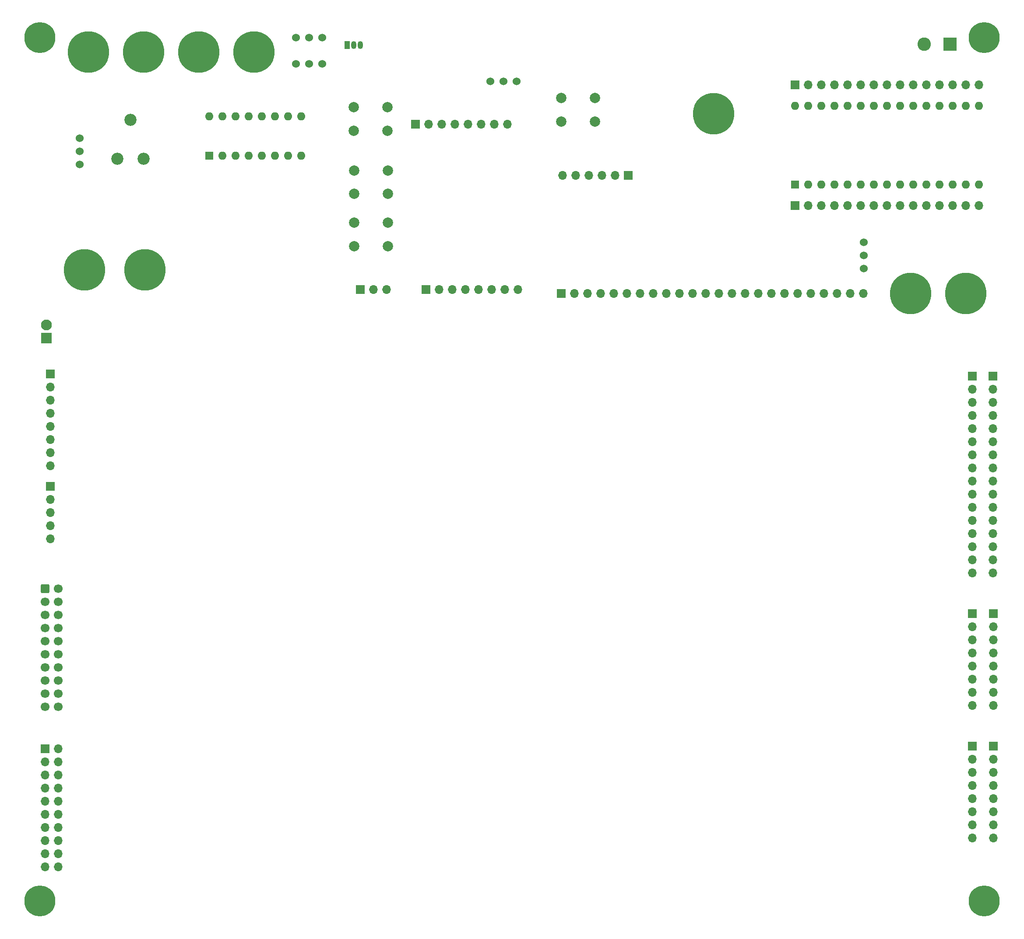
<source format=gbr>
%TF.GenerationSoftware,KiCad,Pcbnew,(6.0.0-0)*%
%TF.CreationDate,2022-03-14T18:00:23-04:00*%
%TF.ProjectId,Prototype-Board-2022,50726f74-6f74-4797-9065-2d426f617264,rev?*%
%TF.SameCoordinates,Original*%
%TF.FileFunction,Soldermask,Bot*%
%TF.FilePolarity,Negative*%
%FSLAX46Y46*%
G04 Gerber Fmt 4.6, Leading zero omitted, Abs format (unit mm)*
G04 Created by KiCad (PCBNEW (6.0.0-0)) date 2022-03-14 18:00:23*
%MOMM*%
%LPD*%
G01*
G04 APERTURE LIST*
G04 Aperture macros list*
%AMRoundRect*
0 Rectangle with rounded corners*
0 $1 Rounding radius*
0 $2 $3 $4 $5 $6 $7 $8 $9 X,Y pos of 4 corners*
0 Add a 4 corners polygon primitive as box body*
4,1,4,$2,$3,$4,$5,$6,$7,$8,$9,$2,$3,0*
0 Add four circle primitives for the rounded corners*
1,1,$1+$1,$2,$3*
1,1,$1+$1,$4,$5*
1,1,$1+$1,$6,$7*
1,1,$1+$1,$8,$9*
0 Add four rect primitives between the rounded corners*
20,1,$1+$1,$2,$3,$4,$5,0*
20,1,$1+$1,$4,$5,$6,$7,0*
20,1,$1+$1,$6,$7,$8,$9,0*
20,1,$1+$1,$8,$9,$2,$3,0*%
G04 Aperture macros list end*
%ADD10C,8.000000*%
%ADD11C,1.524000*%
%ADD12R,1.700000X1.700000*%
%ADD13O,1.700000X1.700000*%
%ADD14R,1.600000X1.600000*%
%ADD15O,1.600000X1.600000*%
%ADD16C,2.000000*%
%ADD17C,2.340000*%
%ADD18C,0.800000*%
%ADD19C,6.000000*%
%ADD20R,2.600000X2.600000*%
%ADD21C,2.600000*%
%ADD22R,1.050000X1.500000*%
%ADD23O,1.050000X1.500000*%
%ADD24RoundRect,0.250000X-0.600000X-0.600000X0.600000X-0.600000X0.600000X0.600000X-0.600000X0.600000X0*%
%ADD25C,1.700000*%
%ADD26R,2.100000X2.100000*%
%ADD27C,2.100000*%
G04 APERTURE END LIST*
D10*
%TO.C,J3*%
X152654000Y-51816000D03*
%TD*%
%TO.C,J2*%
X131318000Y-51816000D03*
%TD*%
D11*
%TO.C,SW6*%
X173978000Y-54042000D03*
X176518000Y-54042000D03*
X171438000Y-54042000D03*
X176518000Y-48962000D03*
X171438000Y-48962000D03*
X173978000Y-48962000D03*
%TD*%
D12*
%TO.C,J9*%
X194579000Y-65786000D03*
D13*
X197119000Y-65786000D03*
X199659000Y-65786000D03*
X202199000Y-65786000D03*
X204739000Y-65786000D03*
X207279000Y-65786000D03*
X209819000Y-65786000D03*
X212359000Y-65786000D03*
%TD*%
D11*
%TO.C,SW8*%
X281209000Y-88621000D03*
X281209000Y-91161000D03*
X281209000Y-93701000D03*
%TD*%
D12*
%TO.C,J25*%
X123952000Y-135890000D03*
D13*
X123952000Y-138430000D03*
X123952000Y-140970000D03*
X123952000Y-143510000D03*
X123952000Y-146050000D03*
%TD*%
D10*
%TO.C,J5*%
X141986000Y-51816000D03*
%TD*%
%TO.C,J10*%
X142240000Y-93980000D03*
%TD*%
D14*
%TO.C,A1*%
X267975000Y-77460000D03*
D15*
X270515000Y-77460000D03*
X273055000Y-77460000D03*
X275595000Y-77460000D03*
X278135000Y-77460000D03*
X280675000Y-77460000D03*
X283215000Y-77460000D03*
X285755000Y-77460000D03*
X288295000Y-77460000D03*
X290835000Y-77460000D03*
X293375000Y-77460000D03*
X295915000Y-77460000D03*
X298455000Y-77460000D03*
X300995000Y-77460000D03*
X303535000Y-77460000D03*
X303535000Y-62220000D03*
X300995000Y-62220000D03*
X298455000Y-62220000D03*
X295915000Y-62220000D03*
X293375000Y-62220000D03*
X290835000Y-62220000D03*
X288295000Y-62220000D03*
X285755000Y-62220000D03*
X283215000Y-62220000D03*
X280675000Y-62220000D03*
X278135000Y-62220000D03*
X275595000Y-62220000D03*
X273055000Y-62220000D03*
X270515000Y-62220000D03*
X267975000Y-62220000D03*
%TD*%
D12*
%TO.C,J18*%
X302260000Y-160528000D03*
D13*
X302260000Y-163068000D03*
X302260000Y-165608000D03*
X302260000Y-168148000D03*
X302260000Y-170688000D03*
X302260000Y-173228000D03*
X302260000Y-175768000D03*
X302260000Y-178308000D03*
%TD*%
D12*
%TO.C,J22*%
X122936000Y-186695000D03*
D13*
X125476000Y-186695000D03*
X122936000Y-189235000D03*
X125476000Y-189235000D03*
X122936000Y-191775000D03*
X125476000Y-191775000D03*
X122936000Y-194315000D03*
X125476000Y-194315000D03*
X122936000Y-196855000D03*
X125476000Y-196855000D03*
X122936000Y-199395000D03*
X125476000Y-199395000D03*
X122936000Y-201935000D03*
X125476000Y-201935000D03*
X122936000Y-204475000D03*
X125476000Y-204475000D03*
X122936000Y-207015000D03*
X125476000Y-207015000D03*
X122936000Y-209555000D03*
X125476000Y-209555000D03*
%TD*%
D16*
%TO.C,SW4*%
X182626000Y-62484000D03*
X189126000Y-62484000D03*
X189126000Y-66984000D03*
X182626000Y-66984000D03*
%TD*%
D12*
%TO.C,J17*%
X306324000Y-186182000D03*
D13*
X306324000Y-188722000D03*
X306324000Y-191262000D03*
X306324000Y-193802000D03*
X306324000Y-196342000D03*
X306324000Y-198882000D03*
X306324000Y-201422000D03*
X306324000Y-203962000D03*
%TD*%
D12*
%TO.C,J23*%
X267975000Y-58166000D03*
D13*
X270515000Y-58166000D03*
X273055000Y-58166000D03*
X275595000Y-58166000D03*
X278135000Y-58166000D03*
X280675000Y-58166000D03*
X283215000Y-58166000D03*
X285755000Y-58166000D03*
X288295000Y-58166000D03*
X290835000Y-58166000D03*
X293375000Y-58166000D03*
X295915000Y-58166000D03*
X298455000Y-58166000D03*
X300995000Y-58166000D03*
X303535000Y-58166000D03*
%TD*%
D14*
%TO.C,SW9*%
X154676000Y-71839500D03*
D15*
X157216000Y-71839500D03*
X159756000Y-71839500D03*
X162296000Y-71839500D03*
X164836000Y-71839500D03*
X167376000Y-71839500D03*
X169916000Y-71839500D03*
X172456000Y-71839500D03*
X172456000Y-64219500D03*
X169916000Y-64219500D03*
X167376000Y-64219500D03*
X164836000Y-64219500D03*
X162296000Y-64219500D03*
X159756000Y-64219500D03*
X157216000Y-64219500D03*
X154676000Y-64219500D03*
%TD*%
D10*
%TO.C,J6*%
X163322000Y-51816000D03*
%TD*%
D17*
%TO.C,RV1*%
X141934500Y-72469000D03*
X139434500Y-64879000D03*
X136934500Y-72469000D03*
%TD*%
D18*
%TO.C,REF\u002A\u002A*%
X306136990Y-50612990D03*
X304546000Y-51272000D03*
X302955010Y-47431010D03*
X306796000Y-49022000D03*
X306136990Y-47431010D03*
X302955010Y-50612990D03*
D19*
X304546000Y-49022000D03*
D18*
X304546000Y-46772000D03*
X302296000Y-49022000D03*
%TD*%
D10*
%TO.C,J26*%
X300990000Y-98552000D03*
%TD*%
D12*
%TO.C,J13*%
X306267000Y-114554000D03*
D13*
X306267000Y-117094000D03*
X306267000Y-119634000D03*
X306267000Y-122174000D03*
X306267000Y-124714000D03*
X306267000Y-127254000D03*
X306267000Y-129794000D03*
X306267000Y-132334000D03*
X306267000Y-134874000D03*
X306267000Y-137414000D03*
X306267000Y-139954000D03*
X306267000Y-142494000D03*
X306267000Y-145034000D03*
X306267000Y-147574000D03*
X306267000Y-150114000D03*
X306267000Y-152654000D03*
%TD*%
D20*
%TO.C,J4*%
X297942000Y-50292000D03*
D21*
X292942000Y-50292000D03*
%TD*%
D22*
%TO.C,Q1*%
X181356000Y-50398000D03*
D23*
X182626000Y-50398000D03*
X183896000Y-50398000D03*
%TD*%
D12*
%TO.C,J29*%
X222768000Y-98552000D03*
D13*
X225308000Y-98552000D03*
X227848000Y-98552000D03*
X230388000Y-98552000D03*
X232928000Y-98552000D03*
X235468000Y-98552000D03*
X238008000Y-98552000D03*
X240548000Y-98552000D03*
X243088000Y-98552000D03*
X245628000Y-98552000D03*
X248168000Y-98552000D03*
X250708000Y-98552000D03*
X253248000Y-98552000D03*
X255788000Y-98552000D03*
X258328000Y-98552000D03*
X260868000Y-98552000D03*
X263408000Y-98552000D03*
X265948000Y-98552000D03*
X268488000Y-98552000D03*
X271028000Y-98552000D03*
X273568000Y-98552000D03*
X276108000Y-98552000D03*
X278648000Y-98552000D03*
X281188000Y-98552000D03*
%TD*%
D12*
%TO.C,J12*%
X183911000Y-97790000D03*
D13*
X186451000Y-97790000D03*
X188991000Y-97790000D03*
%TD*%
D18*
%TO.C,REF\u002A\u002A*%
X120329010Y-47431010D03*
X120329010Y-50612990D03*
D19*
X121920000Y-49022000D03*
D18*
X123510990Y-50612990D03*
X119670000Y-49022000D03*
X123510990Y-47431010D03*
X121920000Y-51272000D03*
X124170000Y-49022000D03*
X121920000Y-46772000D03*
%TD*%
D12*
%TO.C,J16*%
X302260000Y-186182000D03*
D13*
X302260000Y-188722000D03*
X302260000Y-191262000D03*
X302260000Y-193802000D03*
X302260000Y-196342000D03*
X302260000Y-198882000D03*
X302260000Y-201422000D03*
X302260000Y-203962000D03*
%TD*%
D18*
%TO.C,REF\u002A\u002A*%
X123510990Y-214563010D03*
X120329010Y-217744990D03*
X121920000Y-213904000D03*
X120329010Y-214563010D03*
X119670000Y-216154000D03*
X123510990Y-217744990D03*
X121920000Y-218404000D03*
D19*
X121920000Y-216154000D03*
D18*
X124170000Y-216154000D03*
%TD*%
D12*
%TO.C,J19*%
X306324000Y-160528000D03*
D13*
X306324000Y-163068000D03*
X306324000Y-165608000D03*
X306324000Y-168148000D03*
X306324000Y-170688000D03*
X306324000Y-173228000D03*
X306324000Y-175768000D03*
X306324000Y-178308000D03*
%TD*%
D11*
%TO.C,SW5*%
X214147000Y-57435000D03*
X211607000Y-57435000D03*
X209067000Y-57435000D03*
%TD*%
D12*
%TO.C,J27*%
X123952000Y-114061000D03*
D13*
X123952000Y-116601000D03*
X123952000Y-119141000D03*
X123952000Y-121681000D03*
X123952000Y-124221000D03*
X123952000Y-126761000D03*
X123952000Y-129301000D03*
X123952000Y-131841000D03*
%TD*%
D12*
%TO.C,J28*%
X235712000Y-75692000D03*
D13*
X233172000Y-75692000D03*
X230632000Y-75692000D03*
X228092000Y-75692000D03*
X225552000Y-75692000D03*
X223012000Y-75692000D03*
%TD*%
D16*
%TO.C,SW7*%
X229258000Y-60706000D03*
X222758000Y-60706000D03*
X222758000Y-65206000D03*
X229258000Y-65206000D03*
%TD*%
D10*
%TO.C,J8*%
X130556000Y-93980000D03*
%TD*%
D24*
%TO.C,J20*%
X122936000Y-155702000D03*
D25*
X125476000Y-155702000D03*
X122936000Y-158242000D03*
X125476000Y-158242000D03*
X122936000Y-160782000D03*
X125476000Y-160782000D03*
X122936000Y-163322000D03*
X125476000Y-163322000D03*
X122936000Y-165862000D03*
X125476000Y-165862000D03*
X122936000Y-168402000D03*
X125476000Y-168402000D03*
X122936000Y-170942000D03*
X125476000Y-170942000D03*
X122936000Y-173482000D03*
X125476000Y-173482000D03*
X122936000Y-176022000D03*
X125476000Y-176022000D03*
X122936000Y-178562000D03*
X125476000Y-178562000D03*
%TD*%
D12*
%TO.C,J14*%
X302260000Y-114554000D03*
D13*
X302260000Y-117094000D03*
X302260000Y-119634000D03*
X302260000Y-122174000D03*
X302260000Y-124714000D03*
X302260000Y-127254000D03*
X302260000Y-129794000D03*
X302260000Y-132334000D03*
X302260000Y-134874000D03*
X302260000Y-137414000D03*
X302260000Y-139954000D03*
X302260000Y-142494000D03*
X302260000Y-145034000D03*
X302260000Y-147574000D03*
X302260000Y-150114000D03*
X302260000Y-152654000D03*
%TD*%
D18*
%TO.C,REF\u002A\u002A*%
X306796000Y-216154000D03*
X304546000Y-213904000D03*
X302955010Y-214563010D03*
X302955010Y-217744990D03*
X306136990Y-217744990D03*
D19*
X304546000Y-216154000D03*
D18*
X306136990Y-214563010D03*
X302296000Y-216154000D03*
X304546000Y-218404000D03*
%TD*%
D10*
%TO.C,J24*%
X290322000Y-98552000D03*
%TD*%
D16*
%TO.C,SW3*%
X182678000Y-74712000D03*
X189178000Y-74712000D03*
X182678000Y-79212000D03*
X189178000Y-79212000D03*
%TD*%
D12*
%TO.C,J15*%
X267980000Y-81534000D03*
D13*
X270520000Y-81534000D03*
X273060000Y-81534000D03*
X275600000Y-81534000D03*
X278140000Y-81534000D03*
X280680000Y-81534000D03*
X283220000Y-81534000D03*
X285760000Y-81534000D03*
X288300000Y-81534000D03*
X290840000Y-81534000D03*
X293380000Y-81534000D03*
X295920000Y-81534000D03*
X298460000Y-81534000D03*
X301000000Y-81534000D03*
X303540000Y-81534000D03*
%TD*%
D11*
%TO.C,SW1*%
X129615250Y-68476500D03*
X129615250Y-71016500D03*
X129615250Y-73556500D03*
%TD*%
D26*
%TO.C,J1*%
X123190000Y-107188000D03*
D27*
X123190000Y-104648000D03*
%TD*%
D16*
%TO.C,SW2*%
X182678000Y-84836000D03*
X189178000Y-84836000D03*
X182678000Y-89336000D03*
X189178000Y-89336000D03*
%TD*%
D12*
%TO.C,J11*%
X196596000Y-97790000D03*
D13*
X199136000Y-97790000D03*
X201676000Y-97790000D03*
X204216000Y-97790000D03*
X206756000Y-97790000D03*
X209296000Y-97790000D03*
X211836000Y-97790000D03*
X214376000Y-97790000D03*
%TD*%
D10*
%TO.C,J21*%
X252222000Y-63754000D03*
%TD*%
M02*

</source>
